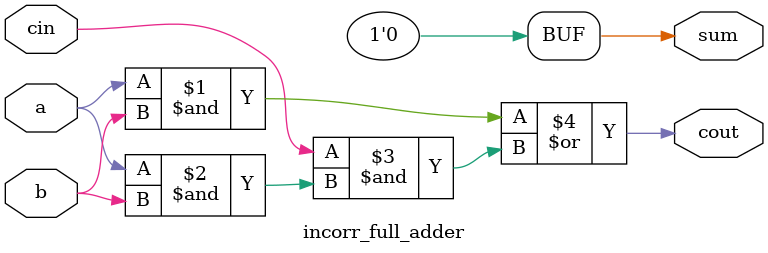
<source format=v>
module incorr_full_adder(a,b,cin,sum,cout);
input a,b,cin;
output sum,cout;
assign sum = 1'b0;
assign cout = a&b|cin&(a&b); 
// initial begin
//     $display("The incorrect adder with xor1 having out/0");
// end   
endmodule
</source>
